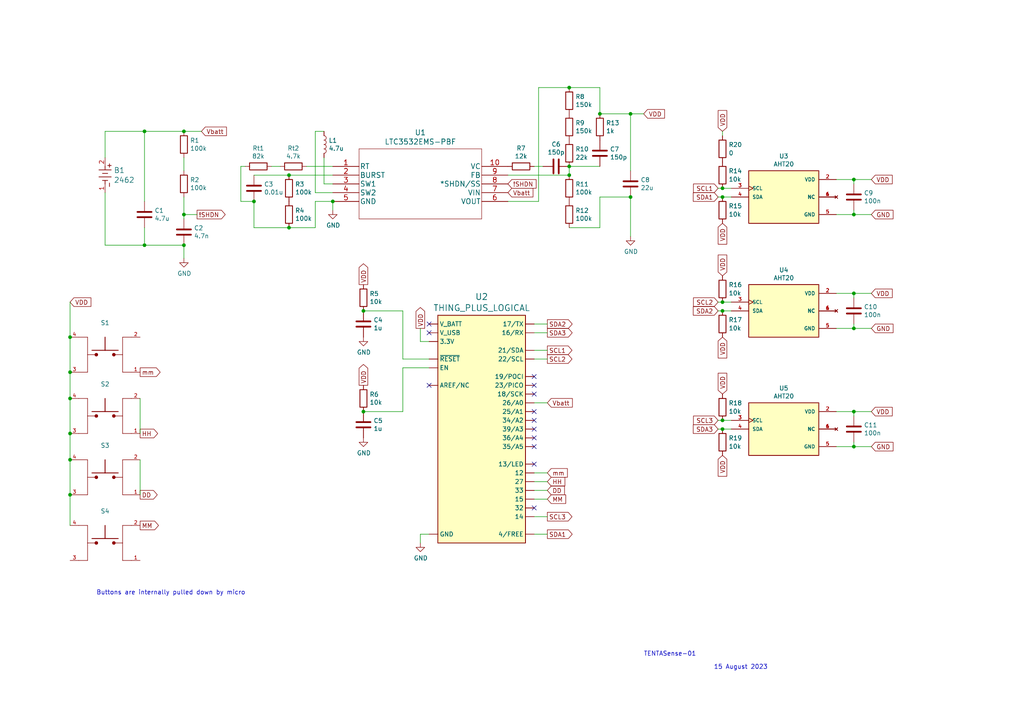
<source format=kicad_sch>
(kicad_sch (version 20230121) (generator eeschema)
  (paper "A4")
  (lib_symbols
    (symbol "AHT20:AHT20" (pin_names (offset 1.016))
      (property "Reference" "U" (at -10.16 8.509 0))
      (property "Value" "AHT20" (at -10.16 -10.16 0))
      (symbol "AHT20_0_0"
        (rectangle (start -10.16 -7.62) (end 10.16 7.62) (stroke (width 0.254)) (fill (type background)))
        (pin no_connect line (at 15.24 0 180) (length 5.08) (name "NC") (number "1"))
        (pin power_in line (at 15.24 5.08 180) (length 5.08) (name "VDD") (number "2"))
        (pin input clock (at -15.24 2.54 0) (length 5.08) (name "SCL") (number "3"))
        (pin bidirectional line (at -15.24 0 0) (length 5.08) (name "SDA") (number "4"))
        (pin power_in line (at 15.24 -5.08 180) (length 5.08) (name "GND") (number "5"))
        (pin no_connect line (at 15.24 0 180) (length 5.08) (name "NC") (number "6"))
      )
    )
    (symbol "Battery Holder:2462" (pin_names (offset 0.254))
      (property "Reference" "B" (at 4.826 3.81 0))
      (property "Value" "2462" (at 4.826 -3.81 0))
      (symbol "2462_0_1"
        (polyline (pts (xy 1.778 1.27) (xy 2.794 1.27)) (stroke (width 0.2032)))
        (polyline (pts (xy 2.286 0.762) (xy 2.286 1.778)) (stroke (width 0.2032)))
        (polyline (pts (xy 2.54 0) (xy 3.4798 0)) (stroke (width 0.2032)))
        (polyline (pts (xy 3.556 -1.778) (xy 3.556 1.778)) (stroke (width 0.2032)))
        (polyline (pts (xy 4.572 0.762) (xy 4.572 -0.762)) (stroke (width 0.2032)))
        (polyline (pts (xy 5.588 -1.778) (xy 5.588 1.778)) (stroke (width 0.2032)))
        (polyline (pts (xy 6.604 0) (xy 7.62 0)) (stroke (width 0.2032)))
        (polyline (pts (xy 6.604 0.762) (xy 6.604 -0.762)) (stroke (width 0.2032)))
        (polyline (pts (xy 7.366 1.27) (xy 8.382 1.27)) (stroke (width 0.2032)))
        (pin unspecified line (at 10.16 0 180) (length 2.54) (name "") (number "1"))
        (pin unspecified line (at 0 0 0) (length 2.54) (name "") (number "2"))
      )
    )
    (symbol "Button:TL3305AF160QG" (pin_names (offset 1.016))
      (property "Reference" "S" (at -5.08 8.89 0))
      (property "Value" "TL3305AF160QG" (at -5.08 -7.62 0))
      (symbol "TL3305AF160QG_0_0"
        (circle (center -2.54 0) (radius 0.254) (stroke (width 0.508)))
        (polyline (pts (xy -7.62 -5.08) (xy -5.08 -5.08)) (stroke (width 0.1524)))
        (polyline (pts (xy -7.62 5.08) (xy -5.08 5.08)) (stroke (width 0.1524)))
        (polyline (pts (xy -5.08 -5.08) (xy -5.08 0)) (stroke (width 0.1524)))
        (polyline (pts (xy -5.08 0) (xy -2.54 0)) (stroke (width 0.1524)))
        (polyline (pts (xy -5.08 5.08) (xy -5.08 0)) (stroke (width 0.1524)))
        (polyline (pts (xy -3.81 1.27) (xy 0 1.27)) (stroke (width 0.254)))
        (polyline (pts (xy 0 1.27) (xy 0 5.08)) (stroke (width 0.254)))
        (polyline (pts (xy 0 1.27) (xy 3.81 1.27)) (stroke (width 0.254)))
        (polyline (pts (xy 5.08 -5.08) (xy 5.08 0)) (stroke (width 0.1524)))
        (polyline (pts (xy 5.08 0) (xy 2.54 0)) (stroke (width 0.1524)))
        (polyline (pts (xy 5.08 0) (xy 5.08 5.08)) (stroke (width 0.1524)))
        (polyline (pts (xy 5.08 5.08) (xy 7.62 5.08)) (stroke (width 0.1524)))
        (polyline (pts (xy 7.62 -5.08) (xy 5.08 -5.08)) (stroke (width 0.1524)))
        (circle (center 2.54 0) (radius 0.254) (stroke (width 0.508)))
        (pin passive line (at 10.16 -5.08 180) (length 2.54) (name "~") (number "1"))
        (pin passive line (at 10.16 5.08 180) (length 2.54) (name "~") (number "2"))
        (pin passive line (at -10.16 -5.08 0) (length 2.54) (name "~") (number "3"))
        (pin passive line (at -10.16 5.08 0) (length 2.54) (name "~") (number "4"))
      )
    )
    (symbol "Device:C" (pin_numbers hide) (pin_names (offset 0.254))
      (property "Reference" "C" (at 0.635 2.54 0))
      (property "Value" "C" (at 0.635 -2.54 0))
      (symbol "C_0_1"
        (polyline (pts (xy -2.032 -0.762) (xy 2.032 -0.762)) (stroke (width 0.508)))
        (polyline (pts (xy -2.032 0.762) (xy 2.032 0.762)) (stroke (width 0.508)))
      )
      (symbol "C_1_1"
        (pin passive line (at 0 3.81 270) (length 2.794) (name "~") (number "1"))
        (pin passive line (at 0 -3.81 90) (length 2.794) (name "~") (number "2"))
      )
    )
    (symbol "Device:L" (pin_numbers hide) (pin_names (offset 1.016) hide)
      (property "Reference" "L" (at -1.27 0 90))
      (property "Value" "L" (at 1.905 0 90))
      (symbol "L_0_1"
        (arc (start 0 -2.54) (mid 0.6323 -1.905) (end 0 -1.27))
        (arc (start 0 -1.27) (mid 0.6323 -0.635) (end 0 0))
        (arc (start 0 0) (mid 0.6323 0.635) (end 0 1.27))
        (arc (start 0 1.27) (mid 0.6323 1.905) (end 0 2.54))
      )
      (symbol "L_1_1"
        (pin passive line (at 0 3.81 270) (length 1.27) (name "1") (number "1"))
        (pin passive line (at 0 -3.81 90) (length 1.27) (name "2") (number "2"))
      )
    )
    (symbol "Device:R" (pin_numbers hide) (pin_names (offset 0))
      (property "Reference" "R" (at 2.032 0 90))
      (property "Value" "R" (at 0 0 90))
      (symbol "R_0_1"
        (rectangle (start -1.016 -2.54) (end 1.016 2.54) (stroke (width 0.254)))
      )
      (symbol "R_1_1"
        (pin passive line (at 0 3.81 270) (length 1.27) (name "~") (number "1"))
        (pin passive line (at 0 -3.81 90) (length 1.27) (name "~") (number "2"))
      )
    )
    (symbol "LTC3532:LTC3532EMS-PBF" (pin_names (offset 0.254))
      (property "Reference" "U" (at 25.4 10.16 0))
      (property "Value" "LTC3532EMS-PBF" (at 25.4 7.62 0))
      (symbol "LTC3532EMS-PBF_1_1"
        (polyline (pts (xy 7.62 -15.24) (xy 43.18 -15.24)) (stroke (width 0.127)))
        (polyline (pts (xy 7.62 5.08) (xy 7.62 -15.24)) (stroke (width 0.127)))
        (polyline (pts (xy 43.18 -15.24) (xy 43.18 5.08)) (stroke (width 0.127)))
        (polyline (pts (xy 43.18 5.08) (xy 7.62 5.08)) (stroke (width 0.127)))
        (pin unspecified line (at 0 0 0) (length 7.62) (name "RT") (number "1"))
        (pin output line (at 50.8 0 180) (length 7.62) (name "VC") (number "10"))
        (pin unspecified line (at 0 -2.54 0) (length 7.62) (name "BURST") (number "2"))
        (pin unspecified line (at 0 -5.08 0) (length 7.62) (name "SW1") (number "3"))
        (pin unspecified line (at 0 -7.62 0) (length 7.62) (name "SW2") (number "4"))
        (pin power_in line (at 0 -10.16 0) (length 7.62) (name "GND") (number "5"))
        (pin output line (at 50.8 -10.16 180) (length 7.62) (name "VOUT") (number "6"))
        (pin input line (at 50.8 -7.62 180) (length 7.62) (name "VIN") (number "7"))
        (pin unspecified line (at 50.8 -5.08 180) (length 7.62) (name "*SHDN/SS") (number "8"))
        (pin output line (at 50.8 -2.54 180) (length 7.62) (name "FB") (number "9"))
      )
    )
    (symbol "TL3305AF160QG_1" (pin_names (offset 1.016))
      (property "Reference" "S1" (at 0 9.2243 0))
      (symbol "TL3305AF160QG_1_0_0"
        (circle (center -2.54 0) (radius 0.254) (stroke (width 0.508)))
        (polyline (pts (xy -7.62 -5.08) (xy -5.08 -5.08)) (stroke (width 0.1524)))
        (polyline (pts (xy -7.62 5.08) (xy -5.08 5.08)) (stroke (width 0.1524)))
        (polyline (pts (xy -5.08 -5.08) (xy -5.08 0)) (stroke (width 0.1524)))
        (polyline (pts (xy -5.08 0) (xy -2.54 0)) (stroke (width 0.1524)))
        (polyline (pts (xy -5.08 5.08) (xy -5.08 0)) (stroke (width 0.1524)))
        (polyline (pts (xy -3.81 1.27) (xy 0 1.27)) (stroke (width 0.254)))
        (polyline (pts (xy 0 1.27) (xy 0 5.08)) (stroke (width 0.254)))
        (polyline (pts (xy 0 1.27) (xy 3.81 1.27)) (stroke (width 0.254)))
        (polyline (pts (xy 5.08 -5.08) (xy 5.08 0)) (stroke (width 0.1524)))
        (polyline (pts (xy 5.08 0) (xy 2.54 0)) (stroke (width 0.1524)))
        (polyline (pts (xy 5.08 0) (xy 5.08 5.08)) (stroke (width 0.1524)))
        (polyline (pts (xy 5.08 5.08) (xy 7.62 5.08)) (stroke (width 0.1524)))
        (polyline (pts (xy 7.62 -5.08) (xy 5.08 -5.08)) (stroke (width 0.1524)))
        (circle (center 2.54 0) (radius 0.254) (stroke (width 0.508)))
        (pin passive line (at 10.16 -5.08 180) (length 2.54) (name "~") (number "1"))
        (pin passive line (at 10.16 5.08 180) (length 2.54) (name "~") (number "2"))
        (pin passive line (at -10.16 -5.08 0) (length 2.54) (name "~") (number "3"))
        (pin passive line (at -10.16 5.08 0) (length 2.54) (name "~") (number "4"))
      )
    )
    (symbol "power:GND" (power) (pin_names (offset 0))
      (property "Value" "GND" (at 0 -3.81 0))
      (symbol "GND_0_1"
        (polyline (pts (xy 0 0) (xy 0 -1.27) (xy 1.27 -1.27) (xy 0 -2.54) (xy -1.27 -1.27) (xy 0 -1.27)))
      )
      (symbol "GND_1_1"
        (pin power_in line (at 0 0 270) (length 0) hide (name "GND") (number "1"))
      )
    )
    (symbol "thing_plus_logical:THING_PLUS_LOGICAL"
      (property "Reference" "U" (at -12.7 33.274 0))
      (property "Value" "THING_PLUS_LOGICAL" (at -12.7 -35.56 0))
      (symbol "THING_PLUS_LOGICAL_0_1"
        (rectangle (start -12.7 33.02) (end 12.7 -33.02) (stroke (width 0.254)) (fill (type background)))
      )
      (symbol "THING_PLUS_LOGICAL_1_0"
        (pin bidirectional line (at 15.24 22.86 180) (length 2.54) (name "21/SDA") (number "1"))
        (pin bidirectional line (at -15.24 27.94 0) (length 2.54) (name "V_USB") (number "10"))
        (pin bidirectional line (at -15.24 17.78 0) (length 2.54) (name "EN") (number "11"))
        (pin bidirectional line (at -15.24 30.48 0) (length 2.54) (name "V_BATT") (number "12"))
        (pin bidirectional line (at 15.24 -30.48 180) (length 2.54) (name "4/FREE") (number "13"))
        (pin bidirectional line (at 15.24 30.48 180) (length 2.54) (name "17/TX") (number "14"))
        (pin bidirectional line (at 15.24 27.94 180) (length 2.54) (name "16/RX") (number "15"))
        (pin bidirectional line (at 15.24 15.24 180) (length 2.54) (name "19/POCI") (number "16"))
        (pin bidirectional line (at 15.24 12.7 180) (length 2.54) (name "23/PICO") (number "17"))
        (pin bidirectional line (at 15.24 10.16 180) (length 2.54) (name "18/SCK") (number "18"))
        (pin bidirectional line (at 15.24 -5.08 180) (length 2.54) (name "35/A5") (number "19"))
        (pin bidirectional line (at 15.24 20.32 180) (length 2.54) (name "22/SCL") (number "2"))
        (pin bidirectional line (at 15.24 -2.54 180) (length 2.54) (name "36/A4") (number "20"))
        (pin bidirectional line (at 15.24 0 180) (length 2.54) (name "39/A3") (number "21"))
        (pin bidirectional line (at 15.24 2.54 180) (length 2.54) (name "34/A2") (number "22"))
        (pin bidirectional line (at 15.24 5.08 180) (length 2.54) (name "25/A1") (number "23"))
        (pin bidirectional line (at 15.24 7.62 180) (length 2.54) (name "26/A0") (number "24"))
        (pin bidirectional line (at -15.24 -30.48 0) (length 2.54) (name "GND") (number "25"))
        (pin bidirectional line (at -15.24 12.7 0) (length 2.54) (name "AREF/NC") (number "26"))
        (pin bidirectional line (at -15.24 25.4 0) (length 2.54) (name "3.3V") (number "27"))
        (pin bidirectional line (at -15.24 20.32 0) (length 2.54) (name "~{RESET}") (number "28"))
        (pin bidirectional line (at 15.24 -25.4 180) (length 2.54) (name "14") (number "3"))
        (pin bidirectional line (at 15.24 -22.86 180) (length 2.54) (name "32") (number "4"))
        (pin bidirectional line (at 15.24 -20.32 180) (length 2.54) (name "15") (number "5"))
        (pin bidirectional line (at 15.24 -17.78 180) (length 2.54) (name "33") (number "6"))
        (pin bidirectional line (at 15.24 -15.24 180) (length 2.54) (name "27") (number "7"))
        (pin bidirectional line (at 15.24 -12.7 180) (length 2.54) (name "12") (number "8"))
        (pin bidirectional line (at 15.24 -10.16 180) (length 2.54) (name "13/LED") (number "9"))
      )
    )
  )
  (junction (at 20.32 125.73))
  (junction (at 96.52 58.42))
  (junction (at 165.1 50.8))
  (junction (at 209.55 57.15))
  (junction (at 209.55 90.17))
  (junction (at 209.55 54.61))
  (junction (at 182.88 57.15))
  (junction (at 53.34 62.23))
  (junction (at 20.32 97.79))
  (junction (at 165.1 25.4))
  (junction (at 41.91 38.1))
  (junction (at 209.55 87.63))
  (junction (at 209.55 124.46))
  (junction (at 20.32 143.51))
  (junction (at 173.99 33.02))
  (junction (at 247.65 129.54))
  (junction (at 247.65 52.07))
  (junction (at 105.41 119.38))
  (junction (at 247.65 85.09))
  (junction (at 41.91 71.12))
  (junction (at 247.65 62.23))
  (junction (at 105.41 90.17))
  (junction (at 209.55 121.92))
  (junction (at 247.65 119.38))
  (junction (at 53.34 71.12))
  (junction (at 73.66 58.42))
  (junction (at 182.88 33.02))
  (junction (at 20.32 107.95))
  (junction (at 20.32 133.35))
  (junction (at 83.82 50.8))
  (junction (at 20.32 115.57))
  (junction (at 247.65 95.25))
  (junction (at 53.34 38.1))
  (junction (at 83.82 66.04))
  (junction (at 165.1 48.26))
  (no_connect (at 154.94 109.22))
  (no_connect (at 124.46 96.52))
  (no_connect (at 154.94 114.3))
  (no_connect (at 154.94 134.62))
  (no_connect (at 154.94 111.76))
  (no_connect (at 124.46 111.76))
  (no_connect (at 154.94 119.38))
  (no_connect (at 154.94 147.32))
  (no_connect (at 154.94 129.54))
  (no_connect (at 124.46 93.98))
  (no_connect (at 154.94 121.92))
  (no_connect (at 154.94 127))
  (no_connect (at 154.94 124.46))
  (wire (pts (xy 242.57 85.09) (xy 247.65 85.09)))
  (wire (pts (xy 182.88 57.15) (xy 173.99 57.15)))
  (wire (pts (xy 247.65 85.09) (xy 252.73 85.09)))
  (wire (pts (xy 165.1 48.26) (xy 173.99 48.26)))
  (wire (pts (xy 209.55 124.46) (xy 212.09 124.46)))
  (wire (pts (xy 156.21 25.4) (xy 165.1 25.4)))
  (wire (pts (xy 209.55 87.63) (xy 212.09 87.63)))
  (wire (pts (xy 242.57 62.23) (xy 247.65 62.23)))
  (wire (pts (xy 247.65 85.09) (xy 247.65 86.36)))
  (wire (pts (xy 53.34 74.93) (xy 53.34 71.12)))
  (wire (pts (xy 154.94 142.24) (xy 158.75 142.24)))
  (wire (pts (xy 53.34 63.5) (xy 53.34 62.23)))
  (wire (pts (xy 242.57 129.54) (xy 247.65 129.54)))
  (wire (pts (xy 30.48 38.1) (xy 30.48 45.72)))
  (wire (pts (xy 173.99 33.02) (xy 182.88 33.02)))
  (wire (pts (xy 91.44 38.1) (xy 91.44 55.88)))
  (wire (pts (xy 20.32 97.79) (xy 20.32 107.95)))
  (wire (pts (xy 242.57 95.25) (xy 247.65 95.25)))
  (wire (pts (xy 91.44 66.04) (xy 91.44 58.42)))
  (wire (pts (xy 83.82 66.04) (xy 91.44 66.04)))
  (wire (pts (xy 247.65 52.07) (xy 252.73 52.07)))
  (wire (pts (xy 121.92 99.06) (xy 124.46 99.06)))
  (wire (pts (xy 147.32 50.8) (xy 165.1 50.8)))
  (wire (pts (xy 212.09 121.92) (xy 209.55 121.92)))
  (wire (pts (xy 69.85 58.42) (xy 73.66 58.42)))
  (wire (pts (xy 147.32 58.42) (xy 156.21 58.42)))
  (wire (pts (xy 252.73 62.23) (xy 247.65 62.23)))
  (wire (pts (xy 116.84 104.14) (xy 124.46 104.14)))
  (wire (pts (xy 252.73 129.54) (xy 247.65 129.54)))
  (wire (pts (xy 212.09 90.17) (xy 209.55 90.17)))
  (wire (pts (xy 20.32 115.57) (xy 20.32 125.73)))
  (wire (pts (xy 173.99 57.15) (xy 173.99 66.04)))
  (wire (pts (xy 41.91 66.04) (xy 41.91 71.12)))
  (wire (pts (xy 57.15 62.23) (xy 53.34 62.23)))
  (wire (pts (xy 154.94 104.14) (xy 158.75 104.14)))
  (wire (pts (xy 53.34 38.1) (xy 58.42 38.1)))
  (wire (pts (xy 69.85 48.26) (xy 69.85 58.42)))
  (wire (pts (xy 173.99 33.02) (xy 173.99 25.4)))
  (wire (pts (xy 105.41 119.38) (xy 116.84 119.38)))
  (wire (pts (xy 93.98 53.34) (xy 93.98 45.72)))
  (wire (pts (xy 20.32 87.63) (xy 20.32 97.79)))
  (wire (pts (xy 154.94 154.94) (xy 158.75 154.94)))
  (wire (pts (xy 116.84 119.38) (xy 116.84 106.68)))
  (wire (pts (xy 158.75 139.7) (xy 154.94 139.7)))
  (wire (pts (xy 156.21 25.4) (xy 156.21 58.42)))
  (wire (pts (xy 173.99 66.04) (xy 165.1 66.04)))
  (wire (pts (xy 158.75 101.6) (xy 154.94 101.6)))
  (wire (pts (xy 41.91 71.12) (xy 53.34 71.12)))
  (wire (pts (xy 173.99 25.4) (xy 165.1 25.4)))
  (wire (pts (xy 20.32 133.35) (xy 20.32 143.51)))
  (wire (pts (xy 41.91 38.1) (xy 30.48 38.1)))
  (wire (pts (xy 242.57 119.38) (xy 247.65 119.38)))
  (wire (pts (xy 158.75 144.78) (xy 154.94 144.78)))
  (wire (pts (xy 247.65 119.38) (xy 247.65 120.65)))
  (wire (pts (xy 208.28 57.15) (xy 209.55 57.15)))
  (wire (pts (xy 116.84 90.17) (xy 116.84 104.14)))
  (wire (pts (xy 247.65 52.07) (xy 247.65 53.34)))
  (wire (pts (xy 209.55 121.92) (xy 208.28 121.92)))
  (wire (pts (xy 71.12 48.26) (xy 69.85 48.26)))
  (wire (pts (xy 96.52 60.96) (xy 96.52 58.42)))
  (wire (pts (xy 158.75 137.16) (xy 154.94 137.16)))
  (wire (pts (xy 158.75 149.86) (xy 154.94 149.86)))
  (wire (pts (xy 88.9 48.26) (xy 96.52 48.26)))
  (wire (pts (xy 209.55 38.1) (xy 209.55 39.37)))
  (wire (pts (xy 182.88 33.02) (xy 186.69 33.02)))
  (wire (pts (xy 209.55 54.61) (xy 208.28 54.61)))
  (wire (pts (xy 78.74 48.26) (xy 81.28 48.26)))
  (wire (pts (xy 121.92 157.48) (xy 121.92 154.94)))
  (wire (pts (xy 30.48 71.12) (xy 41.91 71.12)))
  (wire (pts (xy 208.28 124.46) (xy 209.55 124.46)))
  (wire (pts (xy 208.28 87.63) (xy 209.55 87.63)))
  (wire (pts (xy 247.65 119.38) (xy 252.73 119.38)))
  (wire (pts (xy 209.55 57.15) (xy 212.09 57.15)))
  (wire (pts (xy 53.34 45.72) (xy 53.34 49.53)))
  (wire (pts (xy 53.34 57.15) (xy 53.34 62.23)))
  (wire (pts (xy 247.65 62.23) (xy 247.65 60.96)))
  (wire (pts (xy 96.52 50.8) (xy 83.82 50.8)))
  (wire (pts (xy 73.66 58.42) (xy 73.66 66.04)))
  (wire (pts (xy 247.65 129.54) (xy 247.65 128.27)))
  (wire (pts (xy 182.88 33.02) (xy 182.88 49.53)))
  (wire (pts (xy 154.94 116.84) (xy 158.75 116.84)))
  (wire (pts (xy 20.32 125.73) (xy 20.32 133.35)))
  (wire (pts (xy 121.92 154.94) (xy 124.46 154.94)))
  (wire (pts (xy 30.48 55.88) (xy 30.48 71.12)))
  (wire (pts (xy 165.1 50.8) (xy 165.1 48.26)))
  (wire (pts (xy 182.88 57.15) (xy 182.88 68.58)))
  (wire (pts (xy 73.66 66.04) (xy 83.82 66.04)))
  (wire (pts (xy 40.64 125.73) (xy 40.64 115.57)))
  (wire (pts (xy 91.44 58.42) (xy 96.52 58.42)))
  (wire (pts (xy 41.91 38.1) (xy 41.91 58.42)))
  (wire (pts (xy 157.48 48.26) (xy 154.94 48.26)))
  (wire (pts (xy 73.66 50.8) (xy 83.82 50.8)))
  (wire (pts (xy 154.94 93.98) (xy 158.75 93.98)))
  (wire (pts (xy 20.32 107.95) (xy 20.32 115.57)))
  (wire (pts (xy 116.84 106.68) (xy 124.46 106.68)))
  (wire (pts (xy 105.41 90.17) (xy 116.84 90.17)))
  (wire (pts (xy 247.65 95.25) (xy 247.65 93.98)))
  (wire (pts (xy 252.73 95.25) (xy 247.65 95.25)))
  (wire (pts (xy 53.34 38.1) (xy 41.91 38.1)))
  (wire (pts (xy 121.92 99.06) (xy 121.92 95.25)))
  (wire (pts (xy 91.44 55.88) (xy 96.52 55.88)))
  (wire (pts (xy 20.32 143.51) (xy 20.32 152.4)))
  (wire (pts (xy 93.98 38.1) (xy 91.44 38.1)))
  (wire (pts (xy 40.64 143.51) (xy 40.64 133.35)))
  (wire (pts (xy 212.09 54.61) (xy 209.55 54.61)))
  (wire (pts (xy 209.55 90.17) (xy 208.28 90.17)))
  (wire (pts (xy 242.57 52.07) (xy 247.65 52.07)))
  (wire (pts (xy 158.75 96.52) (xy 154.94 96.52)))
  (wire (pts (xy 93.98 53.34) (xy 96.52 53.34)))
  (text "15 August 2023" (at 207.01 194.31 0) (effects (font (size 1.27 1.27)) (justify left bottom)))
  (text "Buttons are internally pulled down by micro\n" (at 27.94 172.72 0) (effects (font (size 1.27 1.27)) (justify left bottom)))
  (text "TENTASense-01" (at 186.69 190.5 0) (effects (font (size 1.27 1.27)) (justify left bottom)))
  (global_label "VDD" (shape input) (at 209.55 80.01 90) (property "Intersheetrefs" "${INTERSHEET_REFS}" (effects hide)))
  (global_label "MM" (shape output) (at 40.64 152.4 0) (property "Intersheetrefs" "${INTERSHEET_REFS}" (effects hide)))
  (global_label "SCL1" (shape input) (at 208.28 54.61 180) (property "Intersheetrefs" "${INTERSHEET_REFS}" (effects hide)))
  (global_label "VDD" (shape input) (at 20.32 87.63 0) (property "Intersheetrefs" "${INTERSHEET_REFS}" (effects hide)))
  (global_label "VDD" (shape output) (at 105.41 111.76 90) (property "Intersheetrefs" "${INTERSHEET_REFS}" (effects hide)))
  (global_label "SDA2" (shape output) (at 158.75 93.98 0) (property "Intersheetrefs" "${INTERSHEET_REFS}" (effects hide)))
  (global_label "VDD" (shape output) (at 105.41 82.55 90) (property "Intersheetrefs" "${INTERSHEET_REFS}" (effects hide)))
  (global_label "GND" (shape input) (at 252.73 129.54 0) (property "Intersheetrefs" "${INTERSHEET_REFS}" (effects hide)))
  (global_label "SCL2" (shape input) (at 208.28 87.63 180) (property "Intersheetrefs" "${INTERSHEET_REFS}" (effects hide)))
  (global_label "VDD" (shape input) (at 209.55 114.3 90) (property "Intersheetrefs" "${INTERSHEET_REFS}" (effects hide)))
  (global_label "!SHDN" (shape output) (at 57.15 62.23 0) (property "Intersheetrefs" "${INTERSHEET_REFS}" (effects hide)))
  (global_label "SCL3" (shape output) (at 158.75 149.86 0) (property "Intersheetrefs" "${INTERSHEET_REFS}" (effects hide)))
  (global_label "DD" (shape output) (at 40.64 143.51 0) (property "Intersheetrefs" "${INTERSHEET_REFS}" (effects hide)))
  (global_label "Vbatt" (shape input) (at 147.32 55.88 0) (property "Intersheetrefs" "${INTERSHEET_REFS}" (effects hide)))
  (global_label "VDD" (shape input) (at 186.69 33.02 0) (property "Intersheetrefs" "${INTERSHEET_REFS}" (effects hide)))
  (global_label "VDD" (shape input) (at 252.73 119.38 0) (property "Intersheetrefs" "${INTERSHEET_REFS}" (effects hide)))
  (global_label "SCL2" (shape output) (at 158.75 104.14 0) (property "Intersheetrefs" "${INTERSHEET_REFS}" (effects hide)))
  (global_label "VDD" (shape output) (at 121.92 95.25 90) (property "Intersheetrefs" "${INTERSHEET_REFS}" (effects hide)))
  (global_label "Vbatt" (shape input) (at 58.42 38.1 0) (property "Intersheetrefs" "${INTERSHEET_REFS}" (effects hide)))
  (global_label "DD" (shape input) (at 158.75 142.24 0) (property "Intersheetrefs" "${INTERSHEET_REFS}" (effects hide)))
  (global_label "HH" (shape input) (at 158.75 139.7 0) (property "Intersheetrefs" "${INTERSHEET_REFS}" (effects hide)))
  (global_label "HH" (shape output) (at 40.64 125.73 0) (property "Intersheetrefs" "${INTERSHEET_REFS}" (effects hide)))
  (global_label "SDA1" (shape output) (at 158.75 154.94 0) (property "Intersheetrefs" "${INTERSHEET_REFS}" (effects hide)))
  (global_label "VDD" (shape input) (at 209.55 97.79 270) (property "Intersheetrefs" "${INTERSHEET_REFS}" (effects hide)))
  (global_label "SCL3" (shape input) (at 208.28 121.92 180) (property "Intersheetrefs" "${INTERSHEET_REFS}" (effects hide)))
  (global_label "VDD" (shape input) (at 209.55 64.77 270) (property "Intersheetrefs" "${INTERSHEET_REFS}" (effects hide)))
  (global_label "mm" (shape input) (at 158.75 137.16 0) (property "Intersheetrefs" "${INTERSHEET_REFS}" (effects hide)))
  (global_label "!SHDN" (shape input) (at 147.32 53.34 0) (property "Intersheetrefs" "${INTERSHEET_REFS}" (effects hide)))
  (global_label "GND" (shape input) (at 252.73 62.23 0) (property "Intersheetrefs" "${INTERSHEET_REFS}" (effects hide)))
  (global_label "VDD" (shape input) (at 209.55 132.08 270) (property "Intersheetrefs" "${INTERSHEET_REFS}" (effects hide)))
  (global_label "VDD" (shape input) (at 209.55 38.1 90) (property "Intersheetrefs" "${INTERSHEET_REFS}" (effects hide)))
  (global_label "mm" (shape output) (at 40.64 107.95 0) (property "Intersheetrefs" "${INTERSHEET_REFS}" (effects hide)))
  (global_label "VDD" (shape input) (at 252.73 52.07 0) (property "Intersheetrefs" "${INTERSHEET_REFS}" (effects hide)))
  (global_label "SDA3" (shape input) (at 208.28 124.46 180) (property "Intersheetrefs" "${INTERSHEET_REFS}" (effects hide)))
  (global_label "SDA3" (shape output) (at 158.75 96.52 0) (property "Intersheetrefs" "${INTERSHEET_REFS}" (effects hide)))
  (global_label "GND" (shape input) (at 252.73 95.25 0) (property "Intersheetrefs" "${INTERSHEET_REFS}" (effects hide)))
  (global_label "MM" (shape input) (at 158.75 144.78 0) (property "Intersheetrefs" "${INTERSHEET_REFS}" (effects hide)))
  (global_label "VDD" (shape input) (at 252.73 85.09 0) (property "Intersheetrefs" "${INTERSHEET_REFS}" (effects hide)))
  (global_label "Vbatt" (shape input) (at 158.75 116.84 0) (property "Intersheetrefs" "${INTERSHEET_REFS}" (effects hide)))
  (global_label "SDA1" (shape input) (at 208.28 57.15 180) (property "Intersheetrefs" "${INTERSHEET_REFS}" (effects hide)))
  (global_label "SCL1" (shape output) (at 158.75 101.6 0) (property "Intersheetrefs" "${INTERSHEET_REFS}" (effects hide)))
  (global_label "SDA2" (shape input) (at 208.28 90.17 180) (property "Intersheetrefs" "${INTERSHEET_REFS}" (effects hide)))
  (symbol (lib_id "AHT20:AHT20") (at 227.33 57.15 0) (unit 1)
    (property "Reference" "U3" (at 227.33 45.2882 0))
    (property "Value" "AHT20" (at 227.33 47.5996 0))
    (property "Footprint" "AHT20:PSON100P300X300X110-6N" (effects hide))
    (property "MAXIMUM_PACKAGE_HEIGHT" "1.1mm" (effects hide))
    (property "MANUFACTURER" "Asair" (effects hide))
    (property "PARTREV" "V1.0" (effects hide))
    (property "STANDARD" "IPC 7351B" (effects hide))
  )
  (symbol (lib_id "AHT20:AHT20") (at 227.33 90.17 0) (unit 1)
    (property "Reference" "U4" (at 227.33 78.3082 0))
    (property "Value" "AHT20" (at 227.33 80.6196 0))
    (property "Footprint" "AHT20:PSON100P300X300X110-6N" (effects hide))
    (property "MAXIMUM_PACKAGE_HEIGHT" "1.1mm" (effects hide))
    (property "MANUFACTURER" "Asair" (effects hide))
    (property "PARTREV" "V1.0" (effects hide))
    (property "STANDARD" "IPC 7351B" (effects hide))
  )
  (symbol (lib_id "AHT20:AHT20") (at 227.33 124.46 0) (unit 1)
    (property "Reference" "U5" (at 227.33 112.5982 0))
    (property "Value" "AHT20" (at 227.33 114.9096 0))
    (property "Footprint" "AHT20:PSON100P300X300X110-6N" (effects hide))
    (property "MAXIMUM_PACKAGE_HEIGHT" "1.1mm" (effects hide))
    (property "MANUFACTURER" "Asair" (effects hide))
    (property "PARTREV" "V1.0" (effects hide))
    (property "STANDARD" "IPC 7351B" (effects hide))
  )
  (symbol (lib_id "Device:C") (at 247.65 57.15 0) (unit 1)
    (property "Reference" "C9" (at 250.571 55.9816 0) (effects (justify left)))
    (property "Value" "100n" (at 250.571 58.293 0) (effects (justify left)))
    (property "Footprint" "Capacitor_SMD:C_0603_1608Metric" (effects hide))
  )
  (symbol (lib_id "Device:C") (at 247.65 90.17 0) (unit 1)
    (property "Reference" "C10" (at 250.571 89.0016 0) (effects (justify left)))
    (property "Value" "100n" (at 250.571 91.313 0) (effects (justify left)))
    (property "Footprint" "Capacitor_SMD:C_0603_1608Metric" (effects hide))
  )
  (symbol (lib_id "Device:C") (at 247.65 124.46 0) (unit 1)
    (property "Reference" "C11" (at 250.571 123.2916 0) (effects (justify left)))
    (property "Value" "100n" (at 250.571 125.603 0) (effects (justify left)))
    (property "Footprint" "Capacitor_SMD:C_0603_1608Metric" (effects hide))
  )
  (symbol (lib_id "LTC3532:LTC3532EMS-PBF") (at 96.52 48.26 0) (unit 1)
    (property "Reference" "U1" (at 121.92 38.4302 0) (effects (font (size 1.524 1.524))))
    (property "Value" "LTC3532EMS-PBF" (at 121.92 41.1226 0) (effects (font (size 1.524 1.524))))
    (property "Footprint" "LTC3532:MSOP-10_MS_LIT" (effects hide))
  )
  (symbol (lib_id "power:GND") (at 96.52 60.96 0) (unit 1)
    (property "Reference" "#PWR02" (effects hide))
    (property "Value" "GND" (at 96.647 65.3542 0))
  )
  (symbol (lib_id "Device:L") (at 93.98 41.91 0) (unit 1)
    (property "Reference" "L1" (at 95.3262 40.7416 0) (effects (justify left)))
    (property "Value" "4.7u" (at 95.3262 43.053 0) (effects (justify left)))
    (property "Footprint" "Inductor_SMD:L_2424_6060Metric" (effects hide))
  )
  (symbol (lib_id "Device:R") (at 83.82 54.61 0) (unit 1)
    (property "Reference" "R3" (at 85.598 53.4416 0) (effects (justify left)))
    (property "Value" "100k" (at 85.598 55.753 0) (effects (justify left)))
    (property "Footprint" "Resistor_SMD:R_0603_1608Metric" (effects hide))
  )
  (symbol (lib_id "Device:C") (at 73.66 54.61 0) (unit 1)
    (property "Reference" "C3" (at 76.581 53.4416 0) (effects (justify left)))
    (property "Value" "0.01u" (at 76.581 55.753 0) (effects (justify left)))
    (property "Footprint" "Capacitor_SMD:C_0805_2012Metric" (effects hide))
  )
  (symbol (lib_id "Device:C") (at 41.91 62.23 0) (unit 1)
    (property "Reference" "C1" (at 44.831 61.0616 0) (effects (justify left)))
    (property "Value" "4.7u" (at 44.831 63.373 0) (effects (justify left)))
    (property "Footprint" "Capacitor_SMD:C_0805_2012Metric" (effects hide))
  )
  (symbol (lib_id "Device:C") (at 53.34 67.31 0) (unit 1)
    (property "Reference" "C2" (at 56.261 66.1416 0) (effects (justify left)))
    (property "Value" "4.7n" (at 56.261 68.453 0) (effects (justify left)))
    (property "Footprint" "Capacitor_SMD:C_0805_2012Metric" (effects hide))
  )
  (symbol (lib_id "Device:R") (at 53.34 41.91 0) (unit 1)
    (property "Reference" "R1" (at 55.118 40.7416 0) (effects (justify left)))
    (property "Value" "100k" (at 55.118 43.053 0) (effects (justify left)))
    (property "Footprint" "Resistor_SMD:R_0603_1608Metric" (effects hide))
  )
  (symbol (lib_id "Device:R") (at 151.13 48.26 270) (unit 1)
    (property "Reference" "R7" (at 151.13 43.0022 90))
    (property "Value" "12k" (at 151.13 45.3136 90))
    (property "Footprint" "Resistor_SMD:R_0603_1608Metric" (effects hide))
  )
  (symbol (lib_id "Device:C") (at 161.29 48.26 270) (unit 1)
    (property "Reference" "C6" (at 161.29 41.8592 90))
    (property "Value" "150p" (at 161.29 44.1706 90))
    (property "Footprint" "Capacitor_SMD:C_0805_2012Metric" (effects hide))
  )
  (symbol (lib_id "Device:R") (at 165.1 54.61 0) (unit 1)
    (property "Reference" "R11" (at 166.878 53.4416 0) (effects (justify left)))
    (property "Value" "100k" (at 166.878 55.753 0) (effects (justify left)))
    (property "Footprint" "Resistor_SMD:R_0603_1608Metric" (effects hide))
  )
  (symbol (lib_id "Device:R") (at 165.1 36.83 0) (unit 1)
    (property "Reference" "R9" (at 166.878 35.6616 0) (effects (justify left)))
    (property "Value" "150k" (at 166.878 37.973 0) (effects (justify left)))
    (property "Footprint" "Resistor_SMD:R_0603_1608Metric" (effects hide))
  )
  (symbol (lib_id "Device:R") (at 173.99 36.83 0) (unit 1)
    (property "Reference" "R13" (at 175.768 35.6616 0) (effects (justify left)))
    (property "Value" "1k" (at 175.768 37.973 0) (effects (justify left)))
    (property "Footprint" "Resistor_SMD:R_0603_1608Metric" (effects hide))
  )
  (symbol (lib_id "Device:C") (at 173.99 44.45 0) (unit 1)
    (property "Reference" "C7" (at 176.911 43.2816 0) (effects (justify left)))
    (property "Value" "150p" (at 176.911 45.593 0) (effects (justify left)))
    (property "Footprint" "Capacitor_SMD:C_0805_2012Metric" (effects hide))
  )
  (symbol (lib_id "Device:C") (at 182.88 53.34 0) (unit 1)
    (property "Reference" "C8" (at 185.801 52.1716 0) (effects (justify left)))
    (property "Value" "22u" (at 185.801 54.483 0) (effects (justify left)))
    (property "Footprint" "Capacitor_SMD:C_0805_2012Metric" (effects hide))
  )
  (symbol (lib_id "power:GND") (at 182.88 68.58 0) (unit 1)
    (property "Reference" "#PWR06" (effects hide))
    (property "Value" "GND" (at 183.007 72.9742 0))
  )
  (symbol (lib_id "power:GND") (at 53.34 74.93 0) (unit 1)
    (property "Reference" "#PWR01" (effects hide))
    (property "Value" "GND" (at 53.467 79.3242 0))
  )
  (symbol (lib_id "Device:R") (at 74.93 48.26 270) (unit 1)
    (property "Reference" "Rt1" (at 74.93 43.0022 90))
    (property "Value" "82k" (at 74.93 45.3136 90))
    (property "Footprint" "Resistor_SMD:R_0603_1608Metric" (effects hide))
  )
  (symbol (lib_id "Device:R") (at 105.41 115.57 0) (unit 1)
    (property "Reference" "R6" (at 107.188 114.4016 0) (effects (justify left)))
    (property "Value" "10k" (at 107.188 116.713 0) (effects (justify left)))
    (property "Footprint" "Resistor_SMD:R_0603_1608Metric" (effects hide))
  )
  (symbol (lib_id "Device:C") (at 105.41 123.19 0) (unit 1)
    (property "Reference" "C5" (at 108.331 122.0216 0) (effects (justify left)))
    (property "Value" "1u" (at 108.331 124.333 0) (effects (justify left)))
    (property "Footprint" "Capacitor_SMD:C_0603_1608Metric" (effects hide))
  )
  (symbol (lib_id "power:GND") (at 105.41 127 0) (unit 1)
    (property "Reference" "#PWR04" (effects hide))
    (property "Value" "GND" (at 105.537 131.3942 0))
  )
  (symbol (lib_id "Button:TL3305AF160QG") (at 30.48 120.65 0) (unit 1)
    (property "Reference" "S2" (at 30.48 111.4257 0))
    (property "Value" "TL3305AF160QG" (effects hide))
    (property "Footprint" "Button:Button-CM" (effects hide))
    (property "DigiKey_Part_Number" "EG5350TR-ND" (effects hide))
    (property "MF" "E-Switch" (effects hide))
    (property "MAXIMUM_PACKAGE_HEIGHT" "3.8 mm" (effects hide))
    (property "Package" "None" (effects hide))
    (property "Check_prices" "https://www.snapeda.com/parts/TL3305AF160QG/E-Switch/view-part/?ref=eda" (effects hide))
    (property "STANDARD" "Manufacturer Recommendations" (effects hide))
    (property "PARTREV" "C" (effects hide))
    (property "SnapEDA_Link" "https://www.snapeda.com/parts/TL3305AF160QG/E-Switch/view-part/?ref=snap" (effects hide))
    (property "MP" "TL3305AF160QG" (effects hide))
    (property "Purchase-URL" "https://pricing.snapeda.com/search?q=TL3305AF160QG&ref=eda" (effects hide))
    (property "Description" "\nTactile Switch SPST-NO Top Actuated Surface Mount\n" (effects hide))
    (property "MANUFACTURER" "E-Switch" (effects hide))
    (property "SNAPEDA_PN" "TL3305AF160QG" (effects hide))
  )
  (symbol (lib_id "Device:R") (at 209.55 128.27 0) (unit 1)
    (property "Reference" "R19" (at 211.328 127.0579 0) (effects (justify left)))
    (property "Value" "10k" (at 211.328 129.4821 0) (effects (justify left)))
    (property "Footprint" "Resistor_SMD:R_0603_1608Metric" (effects hide))
  )
  (symbol (lib_id "Device:R") (at 165.1 62.23 0) (unit 1)
    (property "Reference" "R12" (at 166.878 61.0616 0) (effects (justify left)))
    (property "Value" "100k" (at 166.878 63.373 0) (effects (justify left)))
    (property "Footprint" "Resistor_SMD:R_0603_1608Metric" (effects hide))
  )
  (symbol (lib_id "Device:R") (at 209.55 43.18 0) (unit 1)
    (property "Reference" "R20" (at 211.328 41.9679 0) (effects (justify left)))
    (property "Value" "0" (at 211.328 44.3921 0) (effects (justify left)))
    (property "Footprint" "Resistor_SMD:R_0603_1608Metric" (effects hide))
  )
  (symbol (lib_name "TL3305AF160QG_1") (lib_id "Button:TL3305AF160QG") (at 30.48 102.87 0) (unit 1)
    (property "Reference" "S1" (at 30.48 93.6457 0))
    (property "Value" "TL3305AF160QG" (effects hide))
    (property "Footprint" "Button:Button-CM" (effects hide))
    (property "DigiKey_Part_Number" "EG5350TR-ND" (effects hide))
    (property "MF" "E-Switch" (effects hide))
    (property "MAXIMUM_PACKAGE_HEIGHT" "3.8 mm" (effects hide))
    (property "Package" "None" (effects hide))
    (property "Check_prices" "https://www.snapeda.com/parts/TL3305AF160QG/E-Switch/view-part/?ref=eda" (effects hide))
    (property "STANDARD" "Manufacturer Recommendations" (effects hide))
    (property "PARTREV" "C" (effects hide))
    (property "SnapEDA_Link" "https://www.snapeda.com/parts/TL3305AF160QG/E-Switch/view-part/?ref=snap" (effects hide))
    (property "MP" "TL3305AF160QG" (effects hide))
    (property "Purchase-URL" "https://pricing.snapeda.com/search?q=TL3305AF160QG&ref=eda" (effects hide))
    (property "Description" "\nTactile Switch SPST-NO Top Actuated Surface Mount\n" (effects hide))
    (property "MANUFACTURER" "E-Switch" (effects hide))
    (property "SNAPEDA_PN" "TL3305AF160QG" (effects hide))
  )
  (symbol (lib_id "power:GND") (at 105.41 97.79 0) (unit 1)
    (property "Reference" "#PWR03" (effects hide))
    (property "Value" "GND" (at 105.537 102.1842 0))
  )
  (symbol (lib_id "Device:R") (at 165.1 44.45 0) (unit 1)
    (property "Reference" "R10" (at 166.878 43.2379 0) (effects (justify left)))
    (property "Value" "22k" (at 166.878 45.6621 0) (effects (justify left)))
    (property "Footprint" "Resistor_SMD:R_0603_1608Metric" (effects hide))
  )
  (symbol (lib_id "Device:R") (at 105.41 86.36 0) (unit 1)
    (property "Reference" "R5" (at 107.188 85.1916 0) (effects (justify left)))
    (property "Value" "10k" (at 107.188 87.503 0) (effects (justify left)))
    (property "Footprint" "Resistor_SMD:R_0603_1608Metric" (effects hide))
  )
  (symbol (lib_id "Device:R") (at 209.55 50.8 0) (unit 1)
    (property "Reference" "R14" (at 211.328 49.5879 0) (effects (justify left)))
    (property "Value" "10k" (at 211.328 52.0121 0) (effects (justify left)))
    (property "Footprint" "Resistor_SMD:R_0603_1608Metric" (effects hide))
  )
  (symbol (lib_id "power:GND") (at 121.92 157.48 0) (unit 1)
    (property "Reference" "#PWR05" (effects hide))
    (property "Value" "GND" (at 122.047 161.8742 0))
  )
  (symbol (lib_id "Button:TL3305AF160QG") (at 30.48 157.48 0) (unit 1)
    (property "Reference" "S4" (at 30.48 148.2557 0))
    (property "Value" "TL3305AF160QG" (effects hide))
    (property "Footprint" "Button:Button-CM" (effects hide))
    (property "DigiKey_Part_Number" "EG5350TR-ND" (effects hide))
    (property "MF" "E-Switch" (effects hide))
    (property "MAXIMUM_PACKAGE_HEIGHT" "3.8 mm" (effects hide))
    (property "Package" "None" (effects hide))
    (property "Check_prices" "https://www.snapeda.com/parts/TL3305AF160QG/E-Switch/view-part/?ref=eda" (effects hide))
    (property "STANDARD" "Manufacturer Recommendations" (effects hide))
    (property "PARTREV" "C" (effects hide))
    (property "SnapEDA_Link" "https://www.snapeda.com/parts/TL3305AF160QG/E-Switch/view-part/?ref=snap" (effects hide))
    (property "MP" "TL3305AF160QG" (effects hide))
    (property "Purchase-URL" "https://pricing.snapeda.com/search?q=TL3305AF160QG&ref=eda" (effects hide))
    (property "Description" "\nTactile Switch SPST-NO Top Actuated Surface Mount\n" (effects hide))
    (property "MANUFACTURER" "E-Switch" (effects hide))
    (property "SNAPEDA_PN" "TL3305AF160QG" (effects hide))
  )
  (symbol (lib_id "Device:R") (at 209.55 118.11 0) (unit 1)
    (property "Reference" "R18" (at 211.328 116.8979 0) (effects (justify left)))
    (property "Value" "10k" (at 211.328 119.3221 0) (effects (justify left)))
    (property "Footprint" "Resistor_SMD:R_0603_1608Metric" (effects hide))
  )
  (symbol (lib_id "Device:R") (at 53.34 53.34 0) (unit 1)
    (property "Reference" "R2" (at 55.118 52.1716 0) (effects (justify left)))
    (property "Value" "100k" (at 55.118 54.483 0) (effects (justify left)))
    (property "Footprint" "Resistor_SMD:R_0603_1608Metric" (effects hide))
  )
  (symbol (lib_id "Device:R") (at 165.1 29.21 0) (unit 1)
    (property "Reference" "R8" (at 166.878 28.0416 0) (effects (justify left)))
    (property "Value" "150k" (at 166.878 30.353 0) (effects (justify left)))
    (property "Footprint" "Resistor_SMD:R_0603_1608Metric" (effects hide))
  )
  (symbol (lib_id "Device:R") (at 209.55 60.96 0) (unit 1)
    (property "Reference" "R15" (at 211.328 59.7479 0) (effects (justify left)))
    (property "Value" "10k" (at 211.328 62.1721 0) (effects (justify left)))
    (property "Footprint" "Resistor_SMD:R_0603_1608Metric" (effects hide))
  )
  (symbol (lib_id "Device:R") (at 85.09 48.26 270) (unit 1)
    (property "Reference" "Rt2" (at 85.09 43.0022 90))
    (property "Value" "4.7k" (at 85.09 45.3136 90))
    (property "Footprint" "Resistor_SMD:R_0603_1608Metric" (effects hide))
  )
  (symbol (lib_id "Battery Holder:2462") (at 30.48 45.72 270) (unit 1)
    (property "Reference" "B1" (at 32.9946 49.3836 90) (effects (font (size 1.524 1.524)) (justify left)))
    (property "Value" "2462" (at 32.9946 52.2164 90) (effects (font (size 1.524 1.524)) (justify left)))
    (property "Footprint" "Battery:BatteryHolder_Keystone_2462_2xAA_CM" (effects hide))
    (property "Datasheet" "2462" (effects hide))
  )
  (symbol (lib_id "Device:R") (at 209.55 83.82 0) (unit 1)
    (property "Reference" "R16" (at 211.328 82.6079 0) (effects (justify left)))
    (property "Value" "10k" (at 211.328 85.0321 0) (effects (justify left)))
    (property "Footprint" "Resistor_SMD:R_0603_1608Metric" (effects hide))
  )
  (symbol (lib_id "Button:TL3305AF160QG") (at 30.48 138.43 0) (unit 1)
    (property "Reference" "S3" (at 30.48 129.2057 0))
    (property "Value" "TL3305AF160QG" (effects hide))
    (property "Footprint" "Button:Button-CM" (effects hide))
    (property "DigiKey_Part_Number" "EG5350TR-ND" (effects hide))
    (property "MF" "E-Switch" (effects hide))
    (property "MAXIMUM_PACKAGE_HEIGHT" "3.8 mm" (effects hide))
    (property "Package" "None" (effects hide))
    (property "Check_prices" "https://www.snapeda.com/parts/TL3305AF160QG/E-Switch/view-part/?ref=eda" (effects hide))
    (property "STANDARD" "Manufacturer Recommendations" (effects hide))
    (property "PARTREV" "C" (effects hide))
    (property "SnapEDA_Link" "https://www.snapeda.com/parts/TL3305AF160QG/E-Switch/view-part/?ref=snap" (effects hide))
    (property "MP" "TL3305AF160QG" (effects hide))
    (property "Purchase-URL" "https://pricing.snapeda.com/search?q=TL3305AF160QG&ref=eda" (effects hide))
    (property "Description" "\nTactile Switch SPST-NO Top Actuated Surface Mount\n" (effects hide))
    (property "MANUFACTURER" "E-Switch" (effects hide))
    (property "SNAPEDA_PN" "TL3305AF160QG" (effects hide))
  )
  (symbol (lib_id "thing_plus_logical:THING_PLUS_LOGICAL") (at 139.7 124.46 0) (unit 1)
    (property "Reference" "U2" (at 139.7 86.0696 0) (effects (font (size 1.778 1.778))))
    (property "Value" "THING_PLUS_LOGICAL" (at 139.7 89.3112 0) (effects (font (size 1.778 1.778))))
    (property "Footprint" "Module:ESP32_Thing_Plus_C_hat" (effects hide))
  )
  (symbol (lib_id "Device:R") (at 209.55 93.98 0) (unit 1)
    (property "Reference" "R17" (at 211.328 92.7679 0) (effects (justify left)))
    (property "Value" "10k" (at 211.328 95.1921 0) (effects (justify left)))
    (property "Footprint" "Resistor_SMD:R_0603_1608Metric" (effects hide))
  )
  (symbol (lib_id "Device:R") (at 83.82 62.23 0) (unit 1)
    (property "Reference" "R4" (at 85.598 61.0616 0) (effects (justify left)))
    (property "Value" "100k" (at 85.598 63.373 0) (effects (justify left)))
    (property "Footprint" "Resistor_SMD:R_0603_1608Metric" (effects hide))
  )
  (symbol (lib_id "Device:C") (at 105.41 93.98 0) (unit 1)
    (property "Reference" "C4" (at 108.331 92.8116 0) (effects (justify left)))
    (property "Value" "1u" (at 108.331 95.123 0) (effects (justify left)))
    (property "Footprint" "Capacitor_SMD:C_0603_1608Metric" (effects hide))
  )
)
</source>
